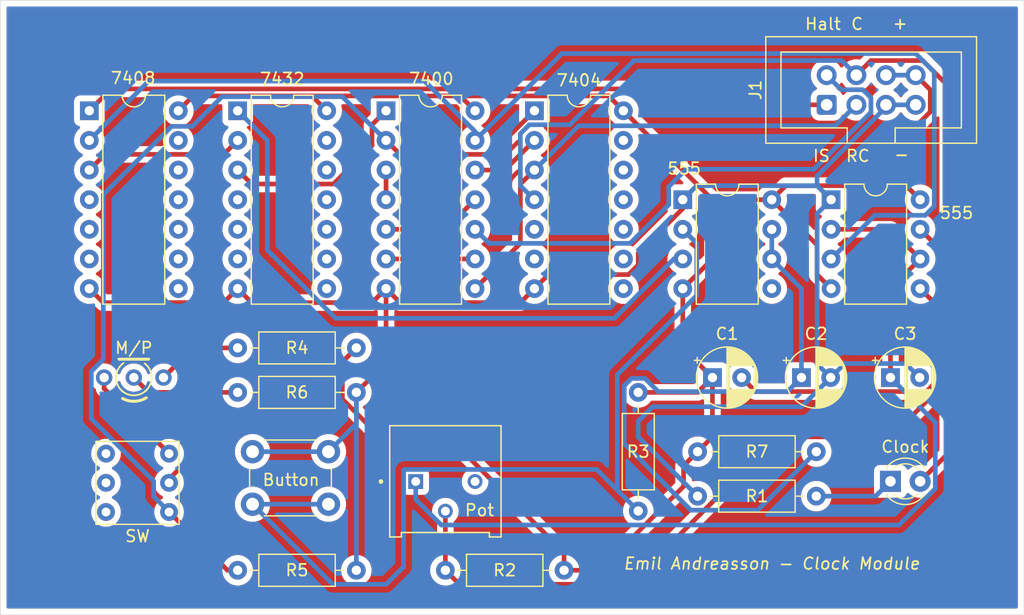
<source format=kicad_pcb>
(kicad_pcb (version 20171130) (host pcbnew "(5.1.10)-1")
  (layers (0 F.Cu signal) (31 B.Cu signal) (34 B.Paste user) (35 F.Paste user) (36 B.SilkS user) (37 F.SilkS user) (38 B.Mask user) (39 F.Mask user) (44 Edge.Cuts user))
  (net 0 "")
  (net 1 "Net-(C1-Pad2)")
  (net 2 +5V)
  (net 3 "Net-(C2-Pad1)")
  (net 4 GND)
  (net 5 "Net-(C3-Pad1)")
  (net 6 "Net-(R5-Pad1)")
  (net 7 "Net-(U1-Pad3)")
  (net 8 "Net-(U2-Pad5)")
  (net 9 "Net-(U2-Pad3)")
  (net 10 "Net-(U3-Pad3)")
  (net 11 "Net-(U4-Pad3)")
  (net 12 "Net-(U5-Pad6)")
  (net 13 "Net-(U5-Pad3)")
  (net 14 "Net-(U5-Pad11)")
  (net 15 "Net-(U5-Pad12)")
  (net 16 "Net-(Button1-Pad2)")
  (net 17 "Net-(Pot1-Pad2)")
  (net 18 "Net-(Pot1-Pad3)")
  (net 19 "Net-(Clock1-Pad1)")
  (net 20 "Net-(Clock1-Pad2)")
  (net 21 "Net-(M/P1-Pad1)")
  (net 22 "Net-(M/P1-Pad2)")
  (net 23 "Net-(M/P1-Pad3)")
  (net 24 "Net-(J1-Pad1)")
  (net 25 "Net-(J1-Pad3)")
  (net 26 "Net-(J1-Pad2)")
  (module Connector_IDC:IDC-Header_2x04_P2.54mm_Vertical (layer F.Cu) (at 172.6565 76.962 90)
    (fp_text reference J1 (at 1.27 -6.1 90) (layer F.SilkS))
    (fp_text value Conn_01x08_Female)
    (pad 1 thru_hole roundrect (at 0 0 90) (size 1.7 1.7) (drill 1) (layers *.Cu *.Mask) (roundrect_rratio 0.147059) (net 24 "Net-(J1-Pad1)"))
    (pad 3 thru_hole circle (at 0 2.54 90) (size 1.7 1.7) (drill 1) (layers *.Cu *.Mask) (net 25 "Net-(J1-Pad3)"))
    (pad 5 thru_hole circle (at 0 5.08 90) (size 1.7 1.7) (drill 1) (layers *.Cu *.Mask) (net 4 GND))
    (pad 7 thru_hole circle (at 0 7.62 90) (size 1.7 1.7) (drill 1) (layers *.Cu *.Mask) (net 4 GND))
    (pad 2 thru_hole circle (at 2.54 0 90) (size 1.7 1.7) (drill 1) (layers *.Cu *.Mask) (net 26 "Net-(J1-Pad2)"))
    (pad 4 thru_hole circle (at 2.54 2.54 90) (size 1.7 1.7) (drill 1) (layers *.Cu *.Mask) (net 20 "Net-(Clock1-Pad2)"))
    (pad 6 thru_hole circle (at 2.54 5.08 90) (size 1.7 1.7) (drill 1) (layers *.Cu *.Mask) (net 2 +5V))
    (pad 8 thru_hole circle (at 2.54 7.62 90) (size 1.7 1.7) (drill 1) (layers *.Cu *.Mask) (net 2 +5V))
  )
  (module Package_DIP:DIP-8_W7.62mm (layer F.Cu) (at 173.0375 85.09)
    (fp_text reference 555 (at 10.7315 1.143) (layer F.SilkS))
    (fp_text value NE555P)
    (pad 8 thru_hole oval (at 7.62 0) (size 1.6 1.6) (drill 0.8) (layers *.Cu *.Mask) (net 2 +5V))
    (pad 4 thru_hole oval (at 0 7.62) (size 1.6 1.6) (drill 0.8) (layers *.Cu *.Mask) (net 2 +5V))
    (pad 7 thru_hole oval (at 7.62 2.54) (size 1.6 1.6) (drill 0.8) (layers *.Cu *.Mask) (net 17 "Net-(Pot1-Pad2)"))
    (pad 3 thru_hole oval (at 0 5.08) (size 1.6 1.6) (drill 0.8) (layers *.Cu *.Mask) (net 7 "Net-(U1-Pad3)"))
    (pad 6 thru_hole oval (at 7.62 5.08) (size 1.6 1.6) (drill 0.8) (layers *.Cu *.Mask) (net 5 "Net-(C3-Pad1)"))
    (pad 2 thru_hole oval (at 0 2.54) (size 1.6 1.6) (drill 0.8) (layers *.Cu *.Mask) (net 5 "Net-(C3-Pad1)"))
    (pad 5 thru_hole oval (at 7.62 7.62) (size 1.6 1.6) (drill 0.8) (layers *.Cu *.Mask) (net 1 "Net-(C1-Pad2)"))
    (pad 1 thru_hole rect (at 0 0) (size 1.6 1.6) (drill 0.8) (layers *.Cu *.Mask) (net 4 GND))
  )
  (module Capacitor_THT:CP_Radial_D5.0mm_P2.50mm (layer F.Cu) (at 162.8775 100.33)
    (fp_text reference C1 (at 1.25 -3.75) (layer F.SilkS))
    (fp_text value 0.1u)
    (pad 2 thru_hole circle (at 2.5 0) (size 1.6 1.6) (drill 0.8) (layers *.Cu *.Mask) (net 1 "Net-(C1-Pad2)"))
    (pad 1 thru_hole rect (at 0 0) (size 1.6 1.6) (drill 0.8) (layers *.Cu *.Mask) (net 2 +5V))
  )
  (module Capacitor_THT:CP_Radial_D5.0mm_P2.50mm (layer F.Cu) (at 170.4975 100.33)
    (fp_text reference C2 (at 1.25 -3.75) (layer F.SilkS))
    (fp_text value 100u)
    (pad 1 thru_hole rect (at 0 0) (size 1.6 1.6) (drill 0.8) (layers *.Cu *.Mask) (net 3 "Net-(C2-Pad1)"))
    (pad 2 thru_hole circle (at 2.5 0) (size 1.6 1.6) (drill 0.8) (layers *.Cu *.Mask) (net 4 GND))
  )
  (module Capacitor_THT:CP_Radial_D5.0mm_P2.50mm (layer F.Cu) (at 178.1175 100.33)
    (fp_text reference C3 (at 1.25 -3.75) (layer F.SilkS))
    (fp_text value 100u)
    (pad 1 thru_hole rect (at 0 0) (size 1.6 1.6) (drill 0.8) (layers *.Cu *.Mask) (net 5 "Net-(C3-Pad1)"))
    (pad 2 thru_hole circle (at 2.5 0) (size 1.6 1.6) (drill 0.8) (layers *.Cu *.Mask) (net 4 GND))
  )
  (module LED_THT:LED_D3.0mm_IRBlack (layer F.Cu) (at 178.1175 109.22)
    (fp_text reference Clock (at 1.27 -2.96) (layer F.SilkS))
    (fp_text value Clock)
    (pad 1 thru_hole rect (at 0 0) (size 1.8 1.8) (drill 0.9) (layers *.Cu *.Mask) (net 19 "Net-(Clock1-Pad1)"))
    (pad 2 thru_hole circle (at 2.54 0) (size 1.8 1.8) (drill 0.9) (layers *.Cu *.Mask) (net 20 "Net-(Clock1-Pad2)"))
  )
  (module L-115WEGW-CA:DUOLED-A-3MM (layer F.Cu) (at 113.3475 100.33)
    (fp_text reference M/P (at 0 -2.54) (layer F.SilkS))
    (fp_text value L-115WEGW-CA)
    (pad 1 thru_hole circle (at -2.54 0) (size 1.4 1.4) (drill 0.8) (layers *.Cu *.Mask) (net 21 "Net-(M/P1-Pad1)"))
    (pad 2 thru_hole circle (at 0 0) (size 1.4 1.4) (drill 0.8) (layers *.Cu *.Mask) (net 22 "Net-(M/P1-Pad2)"))
    (pad 3 thru_hole circle (at 2.54 0) (size 1.4 1.4) (drill 0.8) (layers *.Cu *.Mask) (net 23 "Net-(M/P1-Pad3)"))
  )
  (module Resistor_THT:R_Axial_DIN0207_L6.3mm_D2.5mm_P10.16mm_Horizontal (layer F.Cu) (at 171.7675 106.68 180)
    (fp_text reference R1 (at 5.08 -3.81) (layer F.SilkS))
    (fp_text value 1.47k)
    (pad 1 thru_hole circle (at 0 0 180) (size 1.6 1.6) (drill 0.8) (layers *.Cu *.Mask) (net 3 "Net-(C2-Pad1)"))
    (pad 2 thru_hole oval (at 10.16 0 180) (size 1.6 1.6) (drill 0.8) (layers *.Cu *.Mask) (net 2 +5V))
  )
  (module Resistor_THT:R_Axial_DIN0207_L6.3mm_D2.5mm_P10.16mm_Horizontal (layer F.Cu) (at 140.0175 116.84)
    (fp_text reference R2 (at 5.08 0) (layer F.SilkS))
    (fp_text value 1k)
    (pad 1 thru_hole circle (at 0 0) (size 1.6 1.6) (drill 0.8) (layers *.Cu *.Mask) (net 17 "Net-(Pot1-Pad2)"))
    (pad 2 thru_hole oval (at 10.16 0) (size 1.6 1.6) (drill 0.8) (layers *.Cu *.Mask) (net 2 +5V))
  )
  (module Resistor_THT:R_Axial_DIN0207_L6.3mm_D2.5mm_P10.16mm_Horizontal (layer F.Cu) (at 156.5275 111.76 90)
    (fp_text reference R3 (at 5.08 0 180) (layer F.SilkS))
    (fp_text value 100k)
    (pad 1 thru_hole circle (at 0 0 90) (size 1.6 1.6) (drill 0.8) (layers *.Cu *.Mask) (net 16 "Net-(Button1-Pad2)"))
    (pad 2 thru_hole oval (at 10.16 0 90) (size 1.6 1.6) (drill 0.8) (layers *.Cu *.Mask) (net 2 +5V))
  )
  (module Resistor_THT:R_Axial_DIN0207_L6.3mm_D2.5mm_P10.16mm_Horizontal (layer F.Cu) (at 122.2375 97.79)
    (fp_text reference R4 (at 5.08 0) (layer F.SilkS))
    (fp_text value 100)
    (pad 1 thru_hole circle (at 0 0) (size 1.6 1.6) (drill 0.8) (layers *.Cu *.Mask) (net 23 "Net-(M/P1-Pad3)"))
    (pad 2 thru_hole oval (at 10.16 0) (size 1.6 1.6) (drill 0.8) (layers *.Cu *.Mask) (net 2 +5V))
  )
  (module Resistor_THT:R_Axial_DIN0207_L6.3mm_D2.5mm_P10.16mm_Horizontal (layer F.Cu) (at 122.2375 116.84)
    (fp_text reference R5 (at 5.08 0) (layer F.SilkS))
    (fp_text value 100k)
    (pad 2 thru_hole oval (at 10.16 0) (size 1.6 1.6) (drill 0.8) (layers *.Cu *.Mask) (net 4 GND))
    (pad 1 thru_hole circle (at 0 0) (size 1.6 1.6) (drill 0.8) (layers *.Cu *.Mask) (net 6 "Net-(R5-Pad1)"))
  )
  (module Resistor_THT:R_Axial_DIN0207_L6.3mm_D2.5mm_P10.16mm_Horizontal (layer F.Cu) (at 132.3975 101.6 180)
    (fp_text reference R6 (at 5.08 0) (layer F.SilkS))
    (fp_text value 470)
    (pad 2 thru_hole oval (at 10.16 0 180) (size 1.6 1.6) (drill 0.8) (layers *.Cu *.Mask) (net 22 "Net-(M/P1-Pad2)"))
    (pad 1 thru_hole circle (at 0 0 180) (size 1.6 1.6) (drill 0.8) (layers *.Cu *.Mask) (net 4 GND))
  )
  (module Resistor_THT:R_Axial_DIN0207_L6.3mm_D2.5mm_P10.16mm_Horizontal (layer F.Cu) (at 161.6075 110.49)
    (fp_text reference R7 (at 5.08 -3.81) (layer F.SilkS))
    (fp_text value 470)
    (pad 2 thru_hole oval (at 10.16 0) (size 1.6 1.6) (drill 0.8) (layers *.Cu *.Mask) (net 19 "Net-(Clock1-Pad1)"))
    (pad 1 thru_hole circle (at 0 0) (size 1.6 1.6) (drill 0.8) (layers *.Cu *.Mask) (net 4 GND))
  )
  (module 3386P-1-101T:TRIM_3386P-1-101T (layer F.Cu) (at 140.0175 109.22)
    (fp_text reference Pot (at 2.921 2.4765) (layer F.SilkS))
    (fp_text value R_POT)
    (pad 1 thru_hole rect (at -2.54 0.015) (size 1.268 1.268) (drill 0.76) (layers *.Cu *.Mask) (net 5 "Net-(C3-Pad1)"))
    (pad 2 thru_hole circle (at 0 2.555) (size 1.268 1.268) (drill 0.76) (layers *.Cu *.Mask) (net 17 "Net-(Pot1-Pad2)"))
    (pad 3 thru_hole circle (at 2.54 0.015) (size 1.268 1.268) (drill 0.76) (layers *.Cu *.Mask) (net 18 "Net-(Pot1-Pad3)"))
  )
  (module Button_Switch_THT:SW_PUSH_6mm (layer F.Cu) (at 123.5075 106.68)
    (fp_text reference Button (at 3.302 2.413) (layer F.SilkS))
    (fp_text value "manual clock")
    (pad 2 thru_hole circle (at 0 4.5 90) (size 2 2) (drill 1.1) (layers *.Cu *.Mask) (net 16 "Net-(Button1-Pad2)"))
    (pad 1 thru_hole circle (at 0 0 90) (size 2 2) (drill 1.1) (layers *.Cu *.Mask) (net 4 GND))
    (pad 2 thru_hole circle (at 6.5 4.5 90) (size 2 2) (drill 1.1) (layers *.Cu *.Mask) (net 16 "Net-(Button1-Pad2)"))
    (pad 1 thru_hole circle (at 6.5 0 90) (size 2 2) (drill 1.1) (layers *.Cu *.Mask) (net 4 GND))
  )
  (module Package_DIP:DIP-8_W7.62mm (layer F.Cu) (at 160.3375 85.09)
    (fp_text reference 555 (at 0.127 -2.667) (layer F.SilkS))
    (fp_text value NE555P)
    (pad 1 thru_hole rect (at 0 0) (size 1.6 1.6) (drill 0.8) (layers *.Cu *.Mask) (net 4 GND))
    (pad 5 thru_hole oval (at 7.62 7.62) (size 1.6 1.6) (drill 0.8) (layers *.Cu *.Mask) (net 8 "Net-(U2-Pad5)"))
    (pad 2 thru_hole oval (at 0 2.54) (size 1.6 1.6) (drill 0.8) (layers *.Cu *.Mask) (net 16 "Net-(Button1-Pad2)"))
    (pad 6 thru_hole oval (at 7.62 5.08) (size 1.6 1.6) (drill 0.8) (layers *.Cu *.Mask) (net 3 "Net-(C2-Pad1)"))
    (pad 3 thru_hole oval (at 0 5.08) (size 1.6 1.6) (drill 0.8) (layers *.Cu *.Mask) (net 9 "Net-(U2-Pad3)"))
    (pad 7 thru_hole oval (at 7.62 2.54) (size 1.6 1.6) (drill 0.8) (layers *.Cu *.Mask) (net 3 "Net-(C2-Pad1)"))
    (pad 4 thru_hole oval (at 0 7.62) (size 1.6 1.6) (drill 0.8) (layers *.Cu *.Mask) (net 2 +5V))
    (pad 8 thru_hole oval (at 7.62 0) (size 1.6 1.6) (drill 0.8) (layers *.Cu *.Mask) (net 2 +5V))
  )
  (module Package_DIP:DIP-14_W7.62mm (layer F.Cu) (at 109.5375 77.47)
    (fp_text reference 7408 (at 3.7465 -2.794) (layer F.SilkS))
    (fp_text value 74HCT08)
    (pad 14 thru_hole oval (at 7.62 0) (size 1.6 1.6) (drill 0.8) (layers *.Cu *.Mask) (net 2 +5V))
    (pad 7 thru_hole oval (at 0 15.24) (size 1.6 1.6) (drill 0.8) (layers *.Cu *.Mask) (net 4 GND))
    (pad 13 thru_hole oval (at 7.62 2.54) (size 1.6 1.6) (drill 0.8) (layers *.Cu *.Mask))
    (pad 6 thru_hole oval (at 0 12.7) (size 1.6 1.6) (drill 0.8) (layers *.Cu *.Mask))
    (pad 12 thru_hole oval (at 7.62 5.08) (size 1.6 1.6) (drill 0.8) (layers *.Cu *.Mask))
    (pad 5 thru_hole oval (at 0 10.16) (size 1.6 1.6) (drill 0.8) (layers *.Cu *.Mask))
    (pad 11 thru_hole oval (at 7.62 7.62) (size 1.6 1.6) (drill 0.8) (layers *.Cu *.Mask))
    (pad 4 thru_hole oval (at 0 7.62) (size 1.6 1.6) (drill 0.8) (layers *.Cu *.Mask))
    (pad 10 thru_hole oval (at 7.62 10.16) (size 1.6 1.6) (drill 0.8) (layers *.Cu *.Mask))
    (pad 3 thru_hole oval (at 0 5.08) (size 1.6 1.6) (drill 0.8) (layers *.Cu *.Mask) (net 10 "Net-(U3-Pad3)"))
    (pad 9 thru_hole oval (at 7.62 12.7) (size 1.6 1.6) (drill 0.8) (layers *.Cu *.Mask))
    (pad 2 thru_hole oval (at 0 2.54) (size 1.6 1.6) (drill 0.8) (layers *.Cu *.Mask) (net 7 "Net-(U1-Pad3)"))
    (pad 8 thru_hole oval (at 7.62 15.24) (size 1.6 1.6) (drill 0.8) (layers *.Cu *.Mask))
    (pad 1 thru_hole rect (at 0 0) (size 1.6 1.6) (drill 0.8) (layers *.Cu *.Mask) (net 24 "Net-(J1-Pad1)"))
  )
  (module Package_DIP:DIP-14_W7.62mm (layer F.Cu) (at 122.2375 77.47)
    (fp_text reference 7432 (at 3.81 -2.7305) (layer F.SilkS))
    (fp_text value 74HCT32)
    (pad 14 thru_hole oval (at 7.62 0) (size 1.6 1.6) (drill 0.8) (layers *.Cu *.Mask) (net 2 +5V))
    (pad 7 thru_hole oval (at 0 15.24) (size 1.6 1.6) (drill 0.8) (layers *.Cu *.Mask) (net 4 GND))
    (pad 13 thru_hole oval (at 7.62 2.54) (size 1.6 1.6) (drill 0.8) (layers *.Cu *.Mask))
    (pad 6 thru_hole oval (at 0 12.7) (size 1.6 1.6) (drill 0.8) (layers *.Cu *.Mask))
    (pad 12 thru_hole oval (at 7.62 5.08) (size 1.6 1.6) (drill 0.8) (layers *.Cu *.Mask))
    (pad 5 thru_hole oval (at 0 10.16) (size 1.6 1.6) (drill 0.8) (layers *.Cu *.Mask))
    (pad 11 thru_hole oval (at 7.62 7.62) (size 1.6 1.6) (drill 0.8) (layers *.Cu *.Mask))
    (pad 4 thru_hole oval (at 0 7.62) (size 1.6 1.6) (drill 0.8) (layers *.Cu *.Mask))
    (pad 10 thru_hole oval (at 7.62 10.16) (size 1.6 1.6) (drill 0.8) (layers *.Cu *.Mask))
    (pad 3 thru_hole oval (at 0 5.08) (size 1.6 1.6) (drill 0.8) (layers *.Cu *.Mask) (net 11 "Net-(U4-Pad3)"))
    (pad 9 thru_hole oval (at 7.62 12.7) (size 1.6 1.6) (drill 0.8) (layers *.Cu *.Mask))
    (pad 2 thru_hole oval (at 0 2.54) (size 1.6 1.6) (drill 0.8) (layers *.Cu *.Mask) (net 10 "Net-(U3-Pad3)"))
    (pad 8 thru_hole oval (at 7.62 15.24) (size 1.6 1.6) (drill 0.8) (layers *.Cu *.Mask))
    (pad 1 thru_hole rect (at 0 0) (size 1.6 1.6) (drill 0.8) (layers *.Cu *.Mask) (net 9 "Net-(U2-Pad3)"))
  )
  (module Package_DIP:DIP-14_W7.62mm (layer F.Cu) (at 134.9375 77.47)
    (fp_text reference 7400 (at 3.8735 -2.7305) (layer F.SilkS))
    (fp_text value 74HCT00)
    (pad 1 thru_hole rect (at 0 0) (size 1.6 1.6) (drill 0.8) (layers *.Cu *.Mask) (net 11 "Net-(U4-Pad3)"))
    (pad 8 thru_hole oval (at 7.62 15.24) (size 1.6 1.6) (drill 0.8) (layers *.Cu *.Mask) (net 25 "Net-(J1-Pad3)"))
    (pad 2 thru_hole oval (at 0 2.54) (size 1.6 1.6) (drill 0.8) (layers *.Cu *.Mask) (net 6 "Net-(R5-Pad1)"))
    (pad 9 thru_hole oval (at 7.62 12.7) (size 1.6 1.6) (drill 0.8) (layers *.Cu *.Mask) (net 12 "Net-(U5-Pad6)"))
    (pad 3 thru_hole oval (at 0 5.08) (size 1.6 1.6) (drill 0.8) (layers *.Cu *.Mask) (net 13 "Net-(U5-Pad3)"))
    (pad 10 thru_hole oval (at 7.62 10.16) (size 1.6 1.6) (drill 0.8) (layers *.Cu *.Mask) (net 26 "Net-(J1-Pad2)"))
    (pad 4 thru_hole oval (at 0 7.62) (size 1.6 1.6) (drill 0.8) (layers *.Cu *.Mask) (net 13 "Net-(U5-Pad3)"))
    (pad 11 thru_hole oval (at 7.62 7.62) (size 1.6 1.6) (drill 0.8) (layers *.Cu *.Mask) (net 14 "Net-(U5-Pad11)"))
    (pad 5 thru_hole oval (at 0 10.16) (size 1.6 1.6) (drill 0.8) (layers *.Cu *.Mask) (net 14 "Net-(U5-Pad11)"))
    (pad 12 thru_hole oval (at 7.62 5.08) (size 1.6 1.6) (drill 0.8) (layers *.Cu *.Mask) (net 15 "Net-(U5-Pad12)"))
    (pad 6 thru_hole oval (at 0 12.7) (size 1.6 1.6) (drill 0.8) (layers *.Cu *.Mask) (net 12 "Net-(U5-Pad6)"))
    (pad 13 thru_hole oval (at 7.62 2.54) (size 1.6 1.6) (drill 0.8) (layers *.Cu *.Mask) (net 7 "Net-(U1-Pad3)"))
    (pad 7 thru_hole oval (at 0 15.24) (size 1.6 1.6) (drill 0.8) (layers *.Cu *.Mask) (net 4 GND))
    (pad 14 thru_hole oval (at 7.62 0) (size 1.6 1.6) (drill 0.8) (layers *.Cu *.Mask) (net 2 +5V))
  )
  (module Package_DIP:DIP-14_W7.62mm (layer F.Cu) (at 147.6375 77.47)
    (fp_text reference 7404 (at 3.81 -2.6035) (layer F.SilkS))
    (fp_text value 74HCT04)
    (pad 1 thru_hole rect (at 0 0) (size 1.6 1.6) (drill 0.8) (layers *.Cu *.Mask) (net 6 "Net-(R5-Pad1)"))
    (pad 8 thru_hole oval (at 7.62 15.24) (size 1.6 1.6) (drill 0.8) (layers *.Cu *.Mask))
    (pad 2 thru_hole oval (at 0 2.54) (size 1.6 1.6) (drill 0.8) (layers *.Cu *.Mask) (net 15 "Net-(U5-Pad12)"))
    (pad 9 thru_hole oval (at 7.62 12.7) (size 1.6 1.6) (drill 0.8) (layers *.Cu *.Mask))
    (pad 3 thru_hole oval (at 0 5.08) (size 1.6 1.6) (drill 0.8) (layers *.Cu *.Mask) (net 25 "Net-(J1-Pad3)"))
    (pad 10 thru_hole oval (at 7.62 10.16) (size 1.6 1.6) (drill 0.8) (layers *.Cu *.Mask))
    (pad 4 thru_hole oval (at 0 7.62) (size 1.6 1.6) (drill 0.8) (layers *.Cu *.Mask) (net 20 "Net-(Clock1-Pad2)"))
    (pad 11 thru_hole oval (at 7.62 7.62) (size 1.6 1.6) (drill 0.8) (layers *.Cu *.Mask))
    (pad 5 thru_hole oval (at 0 10.16) (size 1.6 1.6) (drill 0.8) (layers *.Cu *.Mask))
    (pad 12 thru_hole oval (at 7.62 5.08) (size 1.6 1.6) (drill 0.8) (layers *.Cu *.Mask))
    (pad 6 thru_hole oval (at 0 12.7) (size 1.6 1.6) (drill 0.8) (layers *.Cu *.Mask))
    (pad 13 thru_hole oval (at 7.62 2.54) (size 1.6 1.6) (drill 0.8) (layers *.Cu *.Mask))
    (pad 7 thru_hole oval (at 0 15.24) (size 1.6 1.6) (drill 0.8) (layers *.Cu *.Mask) (net 4 GND))
    (pad 14 thru_hole oval (at 7.62 0) (size 1.6 1.6) (drill 0.8) (layers *.Cu *.Mask) (net 2 +5V))
  )
  (module Button_Switch_THT:Switch_on_off (layer F.Cu) (at 113.665 109.347 180)
    (fp_text reference SW (at 0 -4.572) (layer F.SilkS))
    (fp_text value SW_SPDT)
    (pad 1 thru_hole circle (at -2.7 2.5 180) (size 1.524 1.524) (drill 0.762) (layers *.Cu *.Mask) (net 21 "Net-(M/P1-Pad1)"))
    (pad 4 thru_hole circle (at 2.7 2.5 180) (size 1.524 1.524) (drill 0.762) (layers *.Cu *.Mask))
    (pad 2 thru_hole circle (at -2.7 0 180) (size 1.524 1.524) (drill 0.762) (layers *.Cu *.Mask) (net 2 +5V))
    (pad 3 thru_hole circle (at -2.7 -2.5 180) (size 1.524 1.524) (drill 0.762) (layers *.Cu *.Mask) (net 6 "Net-(R5-Pad1)"))
    (pad 5 thru_hole circle (at 2.7 0 180) (size 1.524 1.524) (drill 0.762) (layers *.Cu *.Mask))
    (pad 6 thru_hole circle (at 2.7 -2.5 180) (size 1.524 1.524) (drill 0.762) (layers *.Cu *.Mask))
  )
  (gr_text - (at 179.07 81.2165) (layer F.SilkS) (effects (font (size 1 1))))
  (gr_text + (at 178.943 69.977) (layer F.SilkS) (effects (font (size 1 1))))
  (gr_text RC (at 175.3235 81.3435) (layer F.SilkS) (effects (font (size 1 1))))
  (gr_text C (at 175.26 70.0405) (layer F.SilkS) (effects (font (size 1 1))))
  (gr_text Halt (at 172.339 70.0405) (layer F.SilkS) (effects (font (size 1 1))))
  (gr_text IS (at 172.212 81.3435) (layer F.SilkS) (effects (font (size 1 1))))
  (gr_line (start 101.9175 68.0085) (end 101.9175 69.85) (layer Edge.Cuts) (width 0.05))
  (gr_line (start 189.5475 68.0085) (end 101.9175 68.0085) (layer Edge.Cuts) (width 0.05))
  (gr_line (start 189.5475 69.85) (end 189.5475 68.0085) (layer Edge.Cuts) (width 0.05))
  (gr_line (start 189.5475 69.85) (end 189.5475 118.11) (layer Edge.Cuts) (width 0.05))
  (gr_text "Emil Andreasson - Clock Module" (at 167.9575 116.2685) (layer F.SilkS) (effects (font (size 1 1) (thickness 0.15) italic)))
  (gr_line (start 101.9175 120.65) (end 101.9175 118.11) (layer Edge.Cuts) (width 0.05))
  (gr_line (start 189.5475 118.11) (end 189.5475 120.65) (layer Edge.Cuts) (width 0.05))
  (gr_line (start 101.9175 118.11) (end 101.9175 69.85) (layer Edge.Cuts) (width 0.05))
  (gr_line (start 189.5475 120.65) (end 101.9175 120.65) (layer Edge.Cuts) (width 0.05))
  (segment (start 166.577501 101.530001) (end 165.3775 100.33) (width 0.4) (layer F.Cu) (net 1))
  (segment (start 181.193501 101.530001) (end 166.577501 101.530001) (width 0.4) (layer F.Cu) (net 1))
  (segment (start 181.817501 100.906001) (end 181.193501 101.530001) (width 0.4) (layer F.Cu) (net 1))
  (segment (start 181.817501 93.870001) (end 181.817501 100.906001) (width 0.4) (layer F.Cu) (net 1))
  (segment (start 180.6575 92.71) (end 181.817501 93.870001) (width 0.4) (layer F.Cu) (net 1))
  (segment (start 128.5875 76.2) (end 129.8575 77.47) (width 0.4) (layer F.Cu) (net 2))
  (segment (start 118.4275 76.2) (end 128.5875 76.2) (width 0.4) (layer F.Cu) (net 2))
  (segment (start 117.1575 77.47) (end 118.4275 76.2) (width 0.4) (layer F.Cu) (net 2))
  (segment (start 141.2875 76.2) (end 142.5575 77.47) (width 0.4) (layer F.Cu) (net 2))
  (segment (start 128.5875 76.2) (end 141.2875 76.2) (width 0.4) (layer F.Cu) (net 2))
  (segment (start 153.9875 76.2) (end 155.2575 77.47) (width 0.4) (layer F.Cu) (net 2))
  (segment (start 141.2875 76.2) (end 153.9875 76.2) (width 0.4) (layer F.Cu) (net 2))
  (segment (start 162.8775 85.09) (end 167.9575 85.09) (width 0.4) (layer F.Cu) (net 2))
  (segment (start 155.2575 77.47) (end 162.8775 85.09) (width 0.4) (layer F.Cu) (net 2))
  (segment (start 171.837499 91.509999) (end 173.0375 92.71) (width 0.4) (layer F.Cu) (net 2))
  (segment (start 171.837499 88.969999) (end 171.837499 91.509999) (width 0.4) (layer F.Cu) (net 2))
  (segment (start 167.9575 85.09) (end 171.837499 88.969999) (width 0.4) (layer F.Cu) (net 2))
  (segment (start 162.8775 90.17) (end 160.3375 92.71) (width 0.4) (layer F.Cu) (net 2))
  (segment (start 162.8775 85.09) (end 162.8775 90.17) (width 0.4) (layer F.Cu) (net 2))
  (segment (start 160.3375 97.79) (end 162.8775 100.33) (width 0.4) (layer F.Cu) (net 2))
  (segment (start 160.3375 92.71) (end 160.3375 97.79) (width 0.4) (layer F.Cu) (net 2))
  (segment (start 162.8775 105.41) (end 161.6075 106.68) (width 0.4) (layer F.Cu) (net 2))
  (segment (start 162.8775 100.33) (end 162.8775 105.41) (width 0.4) (layer F.Cu) (net 2))
  (segment (start 153.223502 116.84) (end 150.1775 116.84) (width 0.4) (layer F.Cu) (net 2))
  (segment (start 160.407499 109.656003) (end 153.223502 116.84) (width 0.4) (layer F.Cu) (net 2))
  (segment (start 160.407499 107.880001) (end 160.407499 109.656003) (width 0.4) (layer F.Cu) (net 2))
  (segment (start 161.6075 106.68) (end 160.407499 107.880001) (width 0.4) (layer F.Cu) (net 2))
  (segment (start 150.1775 115.324678) (end 141.532822 106.68) (width 0.4) (layer F.Cu) (net 2))
  (segment (start 150.1775 116.84) (end 150.1775 115.324678) (width 0.4) (layer F.Cu) (net 2))
  (segment (start 169.157501 83.889999) (end 167.9575 85.09) (width 0.4) (layer F.Cu) (net 2))
  (segment (start 179.457499 83.889999) (end 169.157501 83.889999) (width 0.4) (layer F.Cu) (net 2))
  (segment (start 180.6575 85.09) (end 179.457499 83.889999) (width 0.4) (layer F.Cu) (net 2))
  (segment (start 135.701498 106.68) (end 141.532822 106.68) (width 0.4) (layer F.Cu) (net 2))
  (segment (start 131.197499 102.176001) (end 135.701498 106.68) (width 0.4) (layer F.Cu) (net 2))
  (segment (start 131.197499 98.990001) (end 131.197499 102.176001) (width 0.4) (layer F.Cu) (net 2))
  (segment (start 132.3975 97.79) (end 131.197499 98.990001) (width 0.4) (layer F.Cu) (net 2))
  (segment (start 116.2075 109.18) (end 121.1205 104.267) (width 0.4) (layer F.Cu) (net 2))
  (segment (start 125.9205 104.267) (end 132.3975 97.79) (width 0.4) (layer F.Cu) (net 2))
  (segment (start 121.1205 104.267) (end 125.9205 104.267) (width 0.4) (layer F.Cu) (net 2))
  (segment (start 161.6075 101.6) (end 162.8775 100.33) (width 0.4) (layer F.Cu) (net 2))
  (segment (start 156.5275 101.6) (end 161.6075 101.6) (width 0.4) (layer F.Cu) (net 2))
  (segment (start 177.7365 74.422) (end 180.2765 74.422) (width 0.4) (layer B.Cu) (net 2))
  (segment (start 181.526501 75.672001) (end 180.2765 74.422) (width 0.4) (layer F.Cu) (net 2))
  (segment (start 181.526501 77.562001) (end 181.526501 75.672001) (width 0.4) (layer F.Cu) (net 2))
  (segment (start 179.457499 79.631003) (end 181.526501 77.562001) (width 0.4) (layer F.Cu) (net 2))
  (segment (start 179.457499 83.889999) (end 179.457499 79.631003) (width 0.4) (layer F.Cu) (net 2))
  (segment (start 158.233503 101.530001) (end 169.297499 101.530001) (width 0.4) (layer B.Cu) (net 3))
  (segment (start 161.031499 111.690001) (end 155.327499 105.986001) (width 0.4) (layer B.Cu) (net 3))
  (segment (start 166.757499 111.690001) (end 161.031499 111.690001) (width 0.4) (layer B.Cu) (net 3))
  (segment (start 169.297499 101.530001) (end 170.4975 100.33) (width 0.4) (layer B.Cu) (net 3))
  (segment (start 171.7675 106.68) (end 166.757499 111.690001) (width 0.4) (layer B.Cu) (net 3))
  (segment (start 170.4975 92.71) (end 167.9575 90.17) (width 0.4) (layer B.Cu) (net 3))
  (segment (start 170.4975 100.33) (end 170.4975 92.71) (width 0.4) (layer B.Cu) (net 3))
  (segment (start 167.9575 87.63) (end 167.9575 90.17) (width 0.4) (layer B.Cu) (net 3))
  (segment (start 157.103501 100.399999) (end 158.233503 101.530001) (width 0.4) (layer B.Cu) (net 3))
  (segment (start 155.951499 100.399999) (end 157.103501 100.399999) (width 0.4) (layer B.Cu) (net 3))
  (segment (start 155.327499 101.023999) (end 155.951499 100.399999) (width 0.4) (layer B.Cu) (net 3))
  (segment (start 155.327499 105.986001) (end 155.327499 101.023999) (width 0.4) (layer B.Cu) (net 3))
  (segment (start 121.037499 93.910001) (end 122.2375 92.71) (width 0.4) (layer F.Cu) (net 4))
  (segment (start 110.737501 93.910001) (end 121.037499 93.910001) (width 0.4) (layer F.Cu) (net 4))
  (segment (start 109.5375 92.71) (end 110.737501 93.910001) (width 0.4) (layer F.Cu) (net 4))
  (segment (start 133.737499 93.910001) (end 134.9375 92.71) (width 0.4) (layer F.Cu) (net 4))
  (segment (start 123.437501 93.910001) (end 133.737499 93.910001) (width 0.4) (layer F.Cu) (net 4))
  (segment (start 122.2375 92.71) (end 123.437501 93.910001) (width 0.4) (layer F.Cu) (net 4))
  (segment (start 146.437499 93.910001) (end 147.6375 92.71) (width 0.4) (layer F.Cu) (net 4))
  (segment (start 136.137501 93.910001) (end 146.437499 93.910001) (width 0.4) (layer F.Cu) (net 4))
  (segment (start 134.9375 92.71) (end 136.137501 93.910001) (width 0.4) (layer F.Cu) (net 4))
  (segment (start 160.3375 85.853998) (end 160.3375 85.09) (width 0.4) (layer F.Cu) (net 4))
  (segment (start 156.5275 89.663998) (end 160.3375 85.853998) (width 0.4) (layer F.Cu) (net 4))
  (segment (start 134.9375 99.06) (end 132.3975 101.6) (width 0.4) (layer F.Cu) (net 4))
  (segment (start 134.9375 92.71) (end 134.9375 99.06) (width 0.4) (layer F.Cu) (net 4))
  (segment (start 132.3975 101.6) (end 132.3975 116.84) (width 0.4) (layer B.Cu) (net 4))
  (segment (start 174.197501 99.129999) (end 172.9975 100.33) (width 0.4) (layer B.Cu) (net 4))
  (segment (start 179.417499 99.129999) (end 174.197501 99.129999) (width 0.4) (layer B.Cu) (net 4))
  (segment (start 180.6175 100.33) (end 179.417499 99.129999) (width 0.4) (layer B.Cu) (net 4))
  (segment (start 156.5275 105.41) (end 161.6075 110.49) (width 0.4) (layer B.Cu) (net 4))
  (segment (start 174.197501 99.129999) (end 174.237501 99.089999) (width 0.4) (layer B.Cu) (net 4))
  (segment (start 172.9975 100.33) (end 170.4975 102.83) (width 0.4) (layer B.Cu) (net 4))
  (segment (start 170.4975 102.83) (end 157.7575 102.83) (width 0.4) (layer B.Cu) (net 4))
  (segment (start 171.837499 99.169999) (end 172.9975 100.33) (width 0.4) (layer B.Cu) (net 4))
  (segment (start 171.837499 86.290001) (end 171.837499 99.169999) (width 0.4) (layer B.Cu) (net 4))
  (segment (start 173.0375 85.09) (end 171.837499 86.290001) (width 0.4) (layer B.Cu) (net 4))
  (segment (start 123.5075 106.68) (end 130.0075 106.68) (width 0.4) (layer B.Cu) (net 4))
  (segment (start 132.3975 104.29) (end 130.0075 106.68) (width 0.4) (layer B.Cu) (net 4))
  (segment (start 132.3975 101.6) (end 132.3975 104.29) (width 0.4) (layer B.Cu) (net 4))
  (segment (start 156.5275 104.06) (end 157.7575 102.83) (width 0.4) (layer B.Cu) (net 4))
  (segment (start 156.5275 105.41) (end 156.5275 104.06) (width 0.4) (layer B.Cu) (net 4))
  (segment (start 155.693503 91.509999) (end 156.5275 90.676002) (width 0.4) (layer F.Cu) (net 4))
  (segment (start 156.5275 90.676002) (end 156.5275 89.663998) (width 0.4) (layer F.Cu) (net 4))
  (segment (start 148.837501 91.509999) (end 155.693503 91.509999) (width 0.4) (layer F.Cu) (net 4))
  (segment (start 147.6375 92.71) (end 148.837501 91.509999) (width 0.4) (layer F.Cu) (net 4))
  (segment (start 161.537501 83.889999) (end 160.3375 85.09) (width 0.4) (layer B.Cu) (net 4))
  (segment (start 171.837499 83.889999) (end 161.537501 83.889999) (width 0.4) (layer B.Cu) (net 4))
  (segment (start 173.0375 85.09) (end 171.837499 83.889999) (width 0.4) (layer B.Cu) (net 4))
  (segment (start 177.7365 76.962) (end 180.2765 76.962) (width 0.4) (layer B.Cu) (net 4))
  (segment (start 177.7365 77.160542) (end 177.7365 76.962) (width 0.4) (layer B.Cu) (net 4))
  (segment (start 171.837499 83.059543) (end 177.7365 77.160542) (width 0.4) (layer B.Cu) (net 4))
  (segment (start 171.837499 83.889999) (end 171.837499 83.059543) (width 0.4) (layer B.Cu) (net 4))
  (segment (start 178.1175 87.63) (end 180.6575 90.17) (width 0.4) (layer F.Cu) (net 5))
  (segment (start 173.0375 87.63) (end 178.1175 87.63) (width 0.4) (layer F.Cu) (net 5))
  (segment (start 178.1175 92.71) (end 178.1175 100.33) (width 0.4) (layer F.Cu) (net 5))
  (segment (start 180.6575 90.17) (end 178.1175 92.71) (width 0.4) (layer F.Cu) (net 5))
  (segment (start 137.4775 110.765322) (end 137.4775 109.235) (width 0.4) (layer B.Cu) (net 5))
  (segment (start 139.672179 112.960001) (end 137.4775 110.765322) (width 0.4) (layer B.Cu) (net 5))
  (segment (start 178.841501 112.960001) (end 139.672179 112.960001) (width 0.4) (layer B.Cu) (net 5))
  (segment (start 181.957501 109.844001) (end 178.841501 112.960001) (width 0.4) (layer B.Cu) (net 5))
  (segment (start 181.957501 104.170001) (end 181.957501 109.844001) (width 0.4) (layer B.Cu) (net 5))
  (segment (start 178.1175 100.33) (end 181.957501 104.170001) (width 0.4) (layer B.Cu) (net 5))
  (segment (start 121.3675 116.84) (end 122.2375 116.84) (width 0.4) (layer F.Cu) (net 6))
  (segment (start 116.2075 111.68) (end 121.3675 116.84) (width 0.4) (layer F.Cu) (net 6))
  (segment (start 143.897499 81.210001) (end 147.6375 77.47) (width 0.4) (layer F.Cu) (net 6))
  (segment (start 136.137501 81.210001) (end 143.897499 81.210001) (width 0.4) (layer F.Cu) (net 6))
  (segment (start 134.9375 80.01) (end 136.137501 81.210001) (width 0.4) (layer F.Cu) (net 6))
  (segment (start 115.045499 110.517999) (end 116.2075 111.68) (width 0.4) (layer B.Cu) (net 6))
  (segment (start 115.045499 109.198237) (end 115.045499 110.517999) (width 0.4) (layer B.Cu) (net 6))
  (segment (start 110.737501 98.771997) (end 109.707499 99.801999) (width 0.4) (layer B.Cu) (net 6))
  (segment (start 110.737501 84.653997) (end 110.737501 98.771997) (width 0.4) (layer B.Cu) (net 6))
  (segment (start 109.707499 99.801999) (end 109.707499 103.860237) (width 0.4) (layer B.Cu) (net 6))
  (segment (start 116.581499 78.809999) (end 110.737501 84.653997) (width 0.4) (layer B.Cu) (net 6))
  (segment (start 118.357501 78.809999) (end 116.581499 78.809999) (width 0.4) (layer B.Cu) (net 6))
  (segment (start 109.707499 103.860237) (end 115.045499 109.198237) (width 0.4) (layer B.Cu) (net 6))
  (segment (start 120.897501 76.269999) (end 118.357501 78.809999) (width 0.4) (layer B.Cu) (net 6))
  (segment (start 131.197499 76.269999) (end 120.897501 76.269999) (width 0.4) (layer B.Cu) (net 6))
  (segment (start 134.9375 80.01) (end 131.197499 76.269999) (width 0.4) (layer B.Cu) (net 6))
  (segment (start 109.5375 80.01) (end 114.6175 74.93) (width 0.4) (layer B.Cu) (net 7))
  (segment (start 142.5575 79.246002) (end 142.5575 80.01) (width 0.4) (layer B.Cu) (net 7))
  (segment (start 138.241498 74.93) (end 142.5575 79.246002) (width 0.4) (layer B.Cu) (net 7))
  (segment (start 114.6175 74.93) (end 138.241498 74.93) (width 0.4) (layer B.Cu) (net 7))
  (segment (start 142.5575 80.01) (end 147.6375 74.93) (width 0.4) (layer B.Cu) (net 7))
  (segment (start 173.0375 90.17) (end 176.777501 86.429999) (width 0.4) (layer B.Cu) (net 7))
  (segment (start 149.995511 72.571989) (end 147.6375 74.93) (width 0.4) (layer B.Cu) (net 7))
  (segment (start 180.276491 72.571989) (end 149.995511 72.571989) (width 0.4) (layer B.Cu) (net 7))
  (segment (start 181.864503 74.160001) (end 180.276491 72.571989) (width 0.4) (layer B.Cu) (net 7))
  (segment (start 181.864503 85.658999) (end 181.864503 74.160001) (width 0.4) (layer B.Cu) (net 7))
  (segment (start 181.093503 86.429999) (end 181.864503 85.658999) (width 0.4) (layer B.Cu) (net 7))
  (segment (start 176.777501 86.429999) (end 181.093503 86.429999) (width 0.4) (layer B.Cu) (net 7))
  (segment (start 122.2375 77.47) (end 124.7775 80.01) (width 0.4) (layer B.Cu) (net 9))
  (segment (start 124.7775 89.406002) (end 130.621498 95.25) (width 0.4) (layer B.Cu) (net 9))
  (segment (start 124.7775 80.01) (end 124.7775 89.406002) (width 0.4) (layer B.Cu) (net 9))
  (segment (start 159.573502 90.17) (end 160.3375 90.17) (width 0.4) (layer B.Cu) (net 9))
  (segment (start 154.493502 95.25) (end 159.573502 90.17) (width 0.4) (layer B.Cu) (net 9))
  (segment (start 130.621498 95.25) (end 154.493502 95.25) (width 0.4) (layer B.Cu) (net 9))
  (segment (start 121.037499 81.210001) (end 122.2375 80.01) (width 0.4) (layer F.Cu) (net 10))
  (segment (start 110.877499 81.210001) (end 121.037499 81.210001) (width 0.4) (layer F.Cu) (net 10))
  (segment (start 109.5375 82.55) (end 110.877499 81.210001) (width 0.4) (layer F.Cu) (net 10))
  (segment (start 133.737499 78.670001) (end 134.9375 77.47) (width 0.4) (layer F.Cu) (net 11))
  (segment (start 133.737499 80.446003) (end 133.737499 78.670001) (width 0.4) (layer F.Cu) (net 11))
  (segment (start 123.437501 83.750001) (end 130.433501 83.750001) (width 0.4) (layer F.Cu) (net 11))
  (segment (start 130.433501 83.750001) (end 133.737499 80.446003) (width 0.4) (layer F.Cu) (net 11))
  (segment (start 122.2375 82.55) (end 123.437501 83.750001) (width 0.4) (layer F.Cu) (net 11))
  (segment (start 142.5575 90.17) (end 134.9375 90.17) (width 0.4) (layer F.Cu) (net 12))
  (segment (start 134.9375 82.55) (end 134.9375 85.09) (width 0.4) (layer F.Cu) (net 13))
  (segment (start 140.0175 87.63) (end 142.5575 85.09) (width 0.4) (layer F.Cu) (net 14))
  (segment (start 134.9375 87.63) (end 140.0175 87.63) (width 0.4) (layer F.Cu) (net 14))
  (segment (start 145.0975 82.55) (end 147.6375 80.01) (width 0.4) (layer F.Cu) (net 15))
  (segment (start 142.5575 82.55) (end 145.0975 82.55) (width 0.4) (layer F.Cu) (net 15))
  (segment (start 154.72749 109.95999) (end 156.5275 111.76) (width 0.4) (layer B.Cu) (net 16))
  (segment (start 154.72749 100.096012) (end 154.72749 109.95999) (width 0.4) (layer B.Cu) (net 16))
  (segment (start 161.537501 93.286001) (end 154.72749 100.096012) (width 0.4) (layer B.Cu) (net 16))
  (segment (start 161.537501 88.830001) (end 161.537501 93.286001) (width 0.4) (layer B.Cu) (net 16))
  (segment (start 160.3375 87.63) (end 161.537501 88.830001) (width 0.4) (layer B.Cu) (net 16))
  (segment (start 152.968499 108.200999) (end 154.72749 109.95999) (width 0.4) (layer B.Cu) (net 16))
  (segment (start 136.523499 108.200999) (end 152.968499 108.200999) (width 0.4) (layer B.Cu) (net 16))
  (segment (start 136.443499 108.280999) (end 136.523499 108.200999) (width 0.4) (layer B.Cu) (net 16))
  (segment (start 136.443499 116.540157) (end 136.443499 108.280999) (width 0.4) (layer B.Cu) (net 16))
  (segment (start 134.943655 118.040001) (end 136.443499 116.540157) (width 0.4) (layer B.Cu) (net 16))
  (segment (start 130.367501 118.040001) (end 134.943655 118.040001) (width 0.4) (layer B.Cu) (net 16))
  (segment (start 130.367501 118.040001) (end 123.5075 111.18) (width 0.4) (layer B.Cu) (net 16))
  (segment (start 123.5075 111.18) (end 130.0075 111.18) (width 0.4) (layer B.Cu) (net 16))
  (segment (start 140.0175 111.775) (end 140.0175 116.84) (width 0.4) (layer F.Cu) (net 17))
  (segment (start 141.217501 118.040001) (end 140.0175 116.84) (width 0.4) (layer F.Cu) (net 17))
  (segment (start 155.833501 118.040001) (end 141.217501 118.040001) (width 0.4) (layer F.Cu) (net 17))
  (segment (start 178.162044 105.41) (end 168.463502 105.41) (width 0.4) (layer F.Cu) (net 17))
  (segment (start 182.41751 89.39001) (end 182.41751 101.154534) (width 0.4) (layer F.Cu) (net 17))
  (segment (start 168.463502 105.41) (end 155.833501 118.040001) (width 0.4) (layer F.Cu) (net 17))
  (segment (start 182.41751 101.154534) (end 178.162044 105.41) (width 0.4) (layer F.Cu) (net 17))
  (segment (start 180.6575 87.63) (end 182.41751 89.39001) (width 0.4) (layer F.Cu) (net 17))
  (segment (start 176.8475 110.49) (end 178.1175 109.22) (width 0.4) (layer B.Cu) (net 19))
  (segment (start 171.7675 110.49) (end 176.8475 110.49) (width 0.4) (layer B.Cu) (net 19))
  (segment (start 176.446501 73.171999) (end 175.1965 74.422) (width 0.4) (layer F.Cu) (net 20))
  (segment (start 180.876501 73.171999) (end 176.446501 73.171999) (width 0.4) (layer F.Cu) (net 20))
  (segment (start 183.01752 75.313018) (end 180.876501 73.171999) (width 0.4) (layer F.Cu) (net 20))
  (segment (start 183.01752 106.85998) (end 183.01752 75.313018) (width 0.4) (layer F.Cu) (net 20))
  (segment (start 180.6575 109.22) (end 183.01752 106.85998) (width 0.4) (layer F.Cu) (net 20))
  (segment (start 173.946499 73.171999) (end 175.1965 74.422) (width 0.4) (layer B.Cu) (net 20))
  (segment (start 156.166959 73.171999) (end 173.946499 73.171999) (width 0.4) (layer B.Cu) (net 20))
  (segment (start 150.668957 78.670001) (end 156.166959 73.171999) (width 0.4) (layer B.Cu) (net 20))
  (segment (start 147.201497 78.670001) (end 150.668957 78.670001) (width 0.4) (layer B.Cu) (net 20))
  (segment (start 146.437499 79.433999) (end 147.201497 78.670001) (width 0.4) (layer B.Cu) (net 20))
  (segment (start 146.437499 83.889999) (end 146.437499 79.433999) (width 0.4) (layer B.Cu) (net 20))
  (segment (start 147.6375 85.09) (end 146.437499 83.889999) (width 0.4) (layer B.Cu) (net 20))
  (segment (start 110.8075 101.28) (end 110.8075 100.33) (width 0.4) (layer F.Cu) (net 21))
  (segment (start 116.2075 106.68) (end 110.8075 101.28) (width 0.4) (layer F.Cu) (net 21))
  (segment (start 114.6175 101.6) (end 122.2375 101.6) (width 0.4) (layer F.Cu) (net 22))
  (segment (start 113.3475 100.33) (end 114.6175 101.6) (width 0.4) (layer F.Cu) (net 22))
  (segment (start 118.4275 97.79) (end 115.8875 100.33) (width 0.4) (layer F.Cu) (net 23))
  (segment (start 122.2375 97.79) (end 118.4275 97.79) (width 0.4) (layer F.Cu) (net 23))
  (segment (start 168.148 76.962) (end 172.6565 76.962) (width 0.4) (layer F.Cu) (net 24))
  (segment (start 166.785991 75.599991) (end 168.148 76.962) (width 0.4) (layer F.Cu) (net 24))
  (segment (start 111.407509 75.599991) (end 166.785991 75.599991) (width 0.4) (layer F.Cu) (net 24))
  (segment (start 109.5375 77.47) (end 111.407509 75.599991) (width 0.4) (layer F.Cu) (net 24))
  (segment (start 146.437499 83.750001) (end 147.6375 82.55) (width 0.4) (layer F.Cu) (net 25))
  (segment (start 146.437499 88.830001) (end 146.437499 83.750001) (width 0.4) (layer F.Cu) (net 25))
  (segment (start 142.5575 92.71) (end 146.437499 88.830001) (width 0.4) (layer F.Cu) (net 25))
  (segment (start 173.398501 78.759999) (end 175.1965 76.962) (width 0.4) (layer B.Cu) (net 25))
  (segment (start 151.427501 78.759999) (end 173.398501 78.759999) (width 0.4) (layer B.Cu) (net 25))
  (segment (start 147.6375 82.55) (end 151.427501 78.759999) (width 0.4) (layer B.Cu) (net 25))
  (segment (start 155.833501 88.830001) (end 159.137499 85.526003) (width 0.4) (layer B.Cu) (net 26))
  (segment (start 143.757501 88.830001) (end 155.833501 88.830001) (width 0.4) (layer B.Cu) (net 26))
  (segment (start 142.5575 87.63) (end 143.757501 88.830001) (width 0.4) (layer B.Cu) (net 26))
  (segment (start 173.906501 75.672001) (end 172.6565 74.422) (width 0.4) (layer B.Cu) (net 26))
  (segment (start 176.446501 76.361999) (end 175.756503 75.672001) (width 0.4) (layer B.Cu) (net 26))
  (segment (start 175.756503 75.672001) (end 173.906501 75.672001) (width 0.4) (layer B.Cu) (net 26))
  (segment (start 171.568499 82.480001) (end 176.446501 77.601999) (width 0.4) (layer B.Cu) (net 26))
  (segment (start 176.446501 77.601999) (end 176.446501 76.361999) (width 0.4) (layer B.Cu) (net 26))
  (segment (start 160.627497 82.480001) (end 171.568499 82.480001) (width 0.4) (layer B.Cu) (net 26))
  (segment (start 159.137499 83.969999) (end 160.627497 82.480001) (width 0.4) (layer B.Cu) (net 26))
  (segment (start 159.137499 85.526003) (end 159.137499 83.969999) (width 0.4) (layer B.Cu) (net 26))
  (zone (net 0) (net_name "") (layer F.Cu) (connect_pads (clearance 0.508)) (min_thickness 0.254) (fill yes (arc_segments 32) (thermal_gap 0.508) (thermal_bridge_width 0.508))
    (polygon (pts (xy 189.5475 120.65) (xy 101.9175 120.65) (xy 101.9175 68.0085) (xy 189.5475 68.0085)))
  )
  (zone (net 0) (net_name "") (layer B.Cu) (connect_pads (clearance 0.508)) (min_thickness 0.254) (fill yes (arc_segments 32) (thermal_gap 0.508) (thermal_bridge_width 0.508))
    (polygon (pts (xy 189.5475 120.65) (xy 101.9175 120.65) (xy 101.9175 68.0085) (xy 189.5475 68.0085)))
  )
)
</source>
